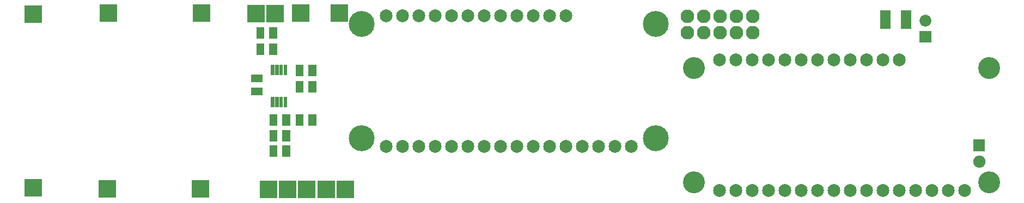
<source format=gbs>
G04 Layer: BottomSolderMaskLayer*
G04 EasyEDA v6.4.19.5, 2021-06-29T13:46:12+12:00*
G04 3cc3b40c68de4bce97ec9925422c83c7,12af84a47dbc45c89479b689871b34a7,10*
G04 Gerber Generator version 0.2*
G04 Scale: 100 percent, Rotated: No, Reflected: No *
G04 Dimensions in millimeters *
G04 leading zeros omitted , absolute positions ,4 integer and 5 decimal *
%FSLAX45Y45*%
%MOMM*%

%ADD48C,1.8351*%
%ADD49C,4.0259*%
%ADD50C,1.9939*%
%ADD58C,1.9032*%
%ADD59C,2.1082*%
%ADD60C,3.4032*%

%LPD*%
G36*
X118732Y-2979928D02*
G01*
X118732Y-2709671D01*
X389242Y-2709671D01*
X389242Y-2979928D01*
G37*
G36*
X1287132Y-262128D02*
G01*
X1287132Y8128D01*
X1557642Y8128D01*
X1557642Y-262128D01*
G37*
G36*
X1274432Y-2992628D02*
G01*
X1274432Y-2722371D01*
X1544942Y-2722371D01*
X1544942Y-2992628D01*
G37*
G36*
X2722232Y-2992628D02*
G01*
X2722232Y-2722371D01*
X2992742Y-2722371D01*
X2992742Y-2992628D01*
G37*
G36*
X2734932Y-262128D02*
G01*
X2734932Y8128D01*
X3005442Y8128D01*
X3005442Y-262128D01*
G37*
G36*
X3774808Y-3005073D02*
G01*
X3774808Y-2734818D01*
X4045064Y-2734818D01*
X4045064Y-3005073D01*
G37*
G36*
X4374756Y-3005073D02*
G01*
X4374756Y-2734818D01*
X4645266Y-2734818D01*
X4645266Y-3005073D01*
G37*
G36*
X4974958Y-3005073D02*
G01*
X4974958Y-2734818D01*
X5245214Y-2734818D01*
X5245214Y-3005073D01*
G37*
G36*
X4281284Y-262128D02*
G01*
X4281284Y8128D01*
X4551540Y8128D01*
X4551540Y-262128D01*
G37*
G36*
X4881232Y-262128D02*
G01*
X4881232Y8128D01*
X5151742Y8128D01*
X5151742Y-262128D01*
G37*
G36*
X3586848Y-270763D02*
G01*
X3586848Y-507D01*
X3857358Y-507D01*
X3857358Y-270763D01*
G37*
G36*
X3878948Y-270763D02*
G01*
X3878948Y-507D01*
X4149458Y-507D01*
X4149458Y-270763D01*
G37*
G36*
X4075798Y-3003042D02*
G01*
X4075798Y-2732786D01*
X4346054Y-2732786D01*
X4346054Y-3003042D01*
G37*
G36*
X4672698Y-3003042D02*
G01*
X4672698Y-2732786D01*
X4942954Y-2732786D01*
X4942954Y-3003042D01*
G37*
G36*
X118732Y-274828D02*
G01*
X118732Y-4571D01*
X389242Y-4571D01*
X389242Y-274828D01*
G37*
G36*
X13745832Y-372618D02*
G01*
X13745832Y-84581D01*
X13904582Y-84581D01*
X13904582Y-372618D01*
G37*
G36*
X13425792Y-372618D02*
G01*
X13425792Y-84581D01*
X13584542Y-84581D01*
X13584542Y-372618D01*
G37*
G36*
X14030312Y-586994D02*
G01*
X14030312Y-403605D01*
X14213700Y-403605D01*
X14213700Y-586994D01*
G37*
D48*
G01*
X14122006Y-241300D03*
G36*
X3646030Y-1404873D02*
G01*
X3646030Y-1284478D01*
X3821544Y-1284478D01*
X3821544Y-1404873D01*
G37*
G36*
X3646030Y-1204721D02*
G01*
X3646030Y-1084326D01*
X3821544Y-1084326D01*
X3821544Y-1204721D01*
G37*
G36*
X4129138Y-2360929D02*
G01*
X4129138Y-2185670D01*
X4249534Y-2185670D01*
X4249534Y-2360929D01*
G37*
G36*
X3929240Y-2360929D02*
G01*
X3929240Y-2185670D01*
X4049636Y-2185670D01*
X4049636Y-2360929D01*
G37*
G36*
X3929240Y-1878329D02*
G01*
X3929240Y-1703070D01*
X4049636Y-1703070D01*
X4049636Y-1878329D01*
G37*
G36*
X4129138Y-1878329D02*
G01*
X4129138Y-1703070D01*
X4249534Y-1703070D01*
X4249534Y-1878329D01*
G37*
G36*
X3726040Y-519429D02*
G01*
X3726040Y-344170D01*
X3846436Y-344170D01*
X3846436Y-519429D01*
G37*
G36*
X3925938Y-519429D02*
G01*
X3925938Y-344170D01*
X4046334Y-344170D01*
X4046334Y-519429D01*
G37*
G36*
X3726040Y-773429D02*
G01*
X3726040Y-598170D01*
X3846436Y-598170D01*
X3846436Y-773429D01*
G37*
G36*
X3925938Y-773429D02*
G01*
X3925938Y-598170D01*
X4046334Y-598170D01*
X4046334Y-773429D01*
G37*
G36*
X4535538Y-1357629D02*
G01*
X4535538Y-1182370D01*
X4655934Y-1182370D01*
X4655934Y-1357629D01*
G37*
G36*
X4335640Y-1357629D02*
G01*
X4335640Y-1182370D01*
X4456036Y-1182370D01*
X4456036Y-1357629D01*
G37*
G36*
X4335640Y-1103629D02*
G01*
X4335640Y-928370D01*
X4456036Y-928370D01*
X4456036Y-1103629D01*
G37*
G36*
X4535538Y-1103629D02*
G01*
X4535538Y-928370D01*
X4655934Y-928370D01*
X4655934Y-1103629D01*
G37*
G36*
X4335640Y-1878329D02*
G01*
X4335640Y-1703070D01*
X4456036Y-1703070D01*
X4456036Y-1878329D01*
G37*
G36*
X4535538Y-1878329D02*
G01*
X4535538Y-1703070D01*
X4655934Y-1703070D01*
X4655934Y-1878329D01*
G37*
G36*
X3929240Y-2119629D02*
G01*
X3929240Y-1944370D01*
X4049636Y-1944370D01*
X4049636Y-2119629D01*
G37*
G36*
X4129138Y-2119629D02*
G01*
X4129138Y-1944370D01*
X4249534Y-1944370D01*
X4249534Y-2119629D01*
G37*
G36*
X3951592Y-1087373D02*
G01*
X3951592Y-926845D01*
X4006964Y-926845D01*
X4006964Y-1087373D01*
G37*
G36*
X4016616Y-1087373D02*
G01*
X4016616Y-926845D01*
X4071734Y-926845D01*
X4071734Y-1087373D01*
G37*
G36*
X4081640Y-1087373D02*
G01*
X4081640Y-926845D01*
X4136758Y-926845D01*
X4136758Y-1087373D01*
G37*
G36*
X4146664Y-1087373D02*
G01*
X4146664Y-926845D01*
X4201782Y-926845D01*
X4201782Y-1087373D01*
G37*
G36*
X4146664Y-1587754D02*
G01*
X4146664Y-1427226D01*
X4201782Y-1427226D01*
X4201782Y-1587754D01*
G37*
G36*
X4081640Y-1587754D02*
G01*
X4081640Y-1427226D01*
X4136758Y-1427226D01*
X4136758Y-1587754D01*
G37*
G36*
X4016616Y-1587754D02*
G01*
X4016616Y-1427226D01*
X4071988Y-1427226D01*
X4071988Y-1587754D01*
G37*
G36*
X3951592Y-1587754D02*
G01*
X3951592Y-1427226D01*
X4006964Y-1427226D01*
X4006964Y-1587754D01*
G37*
D49*
G01*
X5359412Y-2070100D03*
G01*
X5359412Y-292100D03*
G01*
X9931412Y-292100D03*
G01*
X9931412Y-2070100D03*
D50*
G01*
X8534412Y-165100D03*
G01*
X8280412Y-165100D03*
G01*
X8026412Y-165100D03*
G01*
X7772412Y-165100D03*
G01*
X7518412Y-165100D03*
G01*
X7264412Y-165100D03*
G01*
X7010412Y-165100D03*
G01*
X6756412Y-165100D03*
G01*
X6502412Y-165100D03*
G01*
X6248412Y-165100D03*
G01*
X5994412Y-165100D03*
G01*
X5740412Y-165100D03*
G01*
X8534412Y-2197100D03*
G01*
X8280412Y-2197100D03*
G01*
X8026412Y-2197100D03*
G01*
X7772412Y-2197100D03*
G01*
X7518412Y-2197100D03*
G01*
X7264412Y-2197100D03*
G01*
X7010412Y-2197100D03*
G01*
X6756412Y-2197100D03*
G01*
X6502412Y-2197100D03*
G01*
X6248412Y-2197100D03*
G01*
X5994412Y-2197100D03*
G01*
X5740412Y-2197100D03*
G01*
X8788412Y-2197100D03*
G01*
X9042412Y-2197100D03*
G01*
X9296412Y-2197100D03*
G01*
X9550412Y-2197100D03*
G36*
X14871814Y-2279650D02*
G01*
X14871814Y-2089150D01*
X15049614Y-2089150D01*
X15049614Y-2279650D01*
G37*
D58*
G01*
X14960612Y-2438400D03*
D59*
G01*
X10426712Y-431774D03*
G01*
X10426712Y-177774D03*
G01*
X10680712Y-431774D03*
G01*
X10680712Y-177774D03*
G01*
X10934712Y-431774D03*
G01*
X10934712Y-177774D03*
G01*
X11188712Y-431774D03*
G01*
X11188712Y-177774D03*
G01*
X11442712Y-431774D03*
G01*
X11442712Y-177774D03*
D60*
G01*
X15113012Y-2755900D03*
G01*
X15113012Y-977900D03*
G01*
X10528312Y-2755900D03*
G01*
X10528312Y-977900D03*
D50*
G01*
X12446012Y-2882900D03*
G01*
X12700012Y-2882900D03*
G01*
X14732012Y-2882900D03*
G01*
X14478012Y-2882900D03*
G01*
X14224012Y-2882900D03*
G01*
X13970012Y-2882900D03*
G01*
X10922012Y-2882900D03*
G01*
X11176012Y-2882900D03*
G01*
X11430012Y-2882900D03*
G01*
X11684012Y-2882900D03*
G01*
X11938012Y-2882900D03*
G01*
X12192012Y-2882900D03*
G01*
X12954012Y-2882900D03*
G01*
X13208012Y-2882900D03*
G01*
X13462012Y-2882900D03*
G01*
X13716012Y-2882900D03*
G01*
X10922012Y-850900D03*
G01*
X11176012Y-850900D03*
G01*
X11430012Y-850900D03*
G01*
X11684012Y-850900D03*
G01*
X11938012Y-850900D03*
G01*
X12192012Y-850900D03*
G01*
X12446012Y-850900D03*
G01*
X12700012Y-850900D03*
G01*
X12954012Y-850900D03*
G01*
X13208012Y-850900D03*
G01*
X13462012Y-850900D03*
G01*
X13716012Y-850900D03*
M02*

</source>
